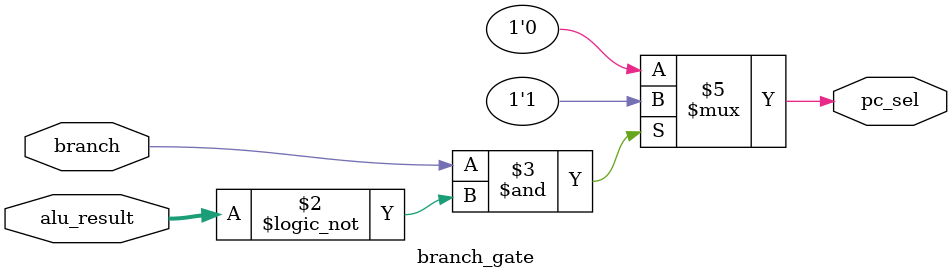
<source format=v>
`timescale 1ns / 1ps


module branch_gate(branch, alu_result, pc_sel);

input [0:0] branch;
input [31:0] alu_result;
output reg [0:0] pc_sel;

always @(branch, alu_result) begin
    if (branch & !alu_result) begin     // If branch is true and alu_result is 0, branching is required.
        pc_sel <= 1'b1; 
    end
    else begin
        pc_sel <= 1'b0;
    end
end

endmodule

</source>
